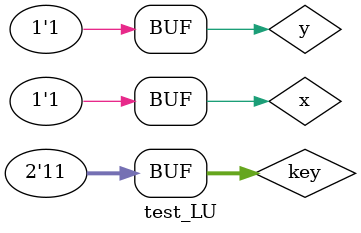
<source format=v>
   module LU (output s, input a, input b, input [1:0] key);

   wire [3:0] c;
   wire [3:0] d;

   // descrever por portas
   xor XOR1(c[0], a, b);
   xnor XNOR1(c[1], a, b);
   nor NOR1(c[2], a, b);
   or OR1(c[3], a, b);

   and AND1(d[0], c[0], ~key[0], key[1]);
   and AND2(d[1], c[1], key[0], key[1]);
   and AND3(d[2], c[2], key[0], ~key[1]);
   and AND4(d[3], c[3], ~key[0], ~key[1]);

   orgate4 OR(s, d );

   endmodule // LU

   module orgate4 ( output s, input [3:0] p);
          wire y, z;
          or OR1 (y, p[0], p[1]);
          or OR2 (z, p[2], p[3]);

          assign s = y | z;
   endmodule // orgate

   module test_LU;
// ------------------------- definir dados
   reg x, y;
   reg [1:0] key;

   LU modulo (z, x, y, key);

// ------------------------- parte principal
   initial begin
   $display("Exemplo0034 - Jenifer Henrique - 427420");
   $display("Test LU's module");
   $display("\n A | B | Key | Resultado");
   $monitor("%1b    %1b    %1b       %2b ",x,y,key,z);

       //projetar testes do modulo
          x = 1'b0;   y = 1'b0;   key = 2'b00;
       #1 x = 1'b0;   y = 1'b1;   key = 2'b00;
       #1 x = 1'b1;   y = 1'b0;   key = 2'b00;
       #1 x = 1'b1;   y = 1'b1;   key = 2'b00;

       #1 x = 1'b0;   y = 1'b0;   key = 2'b01;
       #1 x = 1'b0;   y = 1'b1;   key = 2'b01;
       #1 x = 1'b1;   y = 1'b0;   key = 2'b01;
       #1 x = 1'b1;   y = 1'b1;   key = 2'b01;
       
       #1 x = 1'b0;   y = 1'b0;   key = 2'b10;
       #1 x = 1'b0;   y = 1'b1;   key = 2'b10;
       #1 x = 1'b1;   y = 1'b0;   key = 2'b10;
       #1 x = 1'b1;   y = 1'b1;   key = 2'b10;

       #1 x = 1'b0;   y = 1'b0;   key = 2'b11;
       #1 x = 1'b0;   y = 1'b1;   key = 2'b11;
       #1 x = 1'b1;   y = 1'b0;   key = 2'b11;
       #1 x = 1'b1;   y = 1'b1;   key = 2'b11;

   end
endmodule // test_f4
</source>
